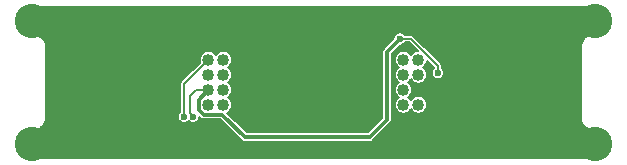
<source format=gbr>
G04 #@! TF.GenerationSoftware,KiCad,Pcbnew,(5.1.4)-1*
G04 #@! TF.CreationDate,2020-08-30T22:03:12-07:00*
G04 #@! TF.ProjectId,SkateLightBackLEDBoard,536b6174-654c-4696-9768-744261636b4c,rev?*
G04 #@! TF.SameCoordinates,Original*
G04 #@! TF.FileFunction,Copper,L2,Bot*
G04 #@! TF.FilePolarity,Positive*
%FSLAX46Y46*%
G04 Gerber Fmt 4.6, Leading zero omitted, Abs format (unit mm)*
G04 Created by KiCad (PCBNEW (5.1.4)-1) date 2020-08-30 22:03:12*
%MOMM*%
%LPD*%
G04 APERTURE LIST*
%ADD10C,1.016000*%
%ADD11C,2.921000*%
%ADD12C,0.100000*%
%ADD13C,8.636000*%
%ADD14C,0.600000*%
%ADD15C,0.200000*%
%ADD16C,0.350000*%
%ADD17C,0.152400*%
G04 APERTURE END LIST*
D10*
X7620000Y-1905000D03*
X8890000Y-1905000D03*
X7620000Y-635000D03*
X8890000Y-635000D03*
X7620000Y635000D03*
X8890000Y635000D03*
X7620000Y1905000D03*
X8890000Y1905000D03*
D11*
X8255000Y-4953000D03*
X-8255000Y4953000D03*
D10*
X-8890000Y-1905000D03*
X-7620000Y-1905000D03*
X-8890000Y-635000D03*
X-7620000Y-635000D03*
X-8890000Y635000D03*
X-7620000Y635000D03*
X-8890000Y1905000D03*
X-7620000Y1905000D03*
D11*
X23812500Y5207000D03*
X23812500Y-5207000D03*
X-23812500Y5207000D03*
X-23812500Y-5207000D03*
D12*
G36*
X-12589952Y4313842D02*
G01*
X-12506120Y4301406D01*
X-12423910Y4280814D01*
X-12344115Y4252262D01*
X-12267502Y4216027D01*
X-12194810Y4172457D01*
X-12126738Y4121972D01*
X-12063943Y4065057D01*
X-12007028Y4002262D01*
X-11956543Y3934190D01*
X-11912973Y3861498D01*
X-11876738Y3784885D01*
X-11848186Y3705090D01*
X-11827594Y3622880D01*
X-11815158Y3539048D01*
X-11811000Y3454400D01*
X-11811000Y-3454400D01*
X-11815158Y-3539048D01*
X-11827594Y-3622880D01*
X-11848186Y-3705090D01*
X-11876738Y-3784885D01*
X-11912973Y-3861498D01*
X-11956543Y-3934190D01*
X-12007028Y-4002262D01*
X-12063943Y-4065057D01*
X-12126738Y-4121972D01*
X-12194810Y-4172457D01*
X-12267502Y-4216027D01*
X-12344115Y-4252262D01*
X-12423910Y-4280814D01*
X-12506120Y-4301406D01*
X-12589952Y-4313842D01*
X-12674600Y-4318000D01*
X-20345400Y-4318000D01*
X-20430048Y-4313842D01*
X-20513880Y-4301406D01*
X-20596090Y-4280814D01*
X-20675885Y-4252262D01*
X-20752498Y-4216027D01*
X-20825190Y-4172457D01*
X-20893262Y-4121972D01*
X-20956057Y-4065057D01*
X-21012972Y-4002262D01*
X-21063457Y-3934190D01*
X-21107027Y-3861498D01*
X-21143262Y-3784885D01*
X-21171814Y-3705090D01*
X-21192406Y-3622880D01*
X-21204842Y-3539048D01*
X-21209000Y-3454400D01*
X-21209000Y3454400D01*
X-21204842Y3539048D01*
X-21192406Y3622880D01*
X-21171814Y3705090D01*
X-21143262Y3784885D01*
X-21107027Y3861498D01*
X-21063457Y3934190D01*
X-21012972Y4002262D01*
X-20956057Y4065057D01*
X-20893262Y4121972D01*
X-20825190Y4172457D01*
X-20752498Y4216027D01*
X-20675885Y4252262D01*
X-20596090Y4280814D01*
X-20513880Y4301406D01*
X-20430048Y4313842D01*
X-20345400Y4318000D01*
X-12674600Y4318000D01*
X-12589952Y4313842D01*
X-12589952Y4313842D01*
G37*
D13*
X-16510000Y0D03*
D12*
G36*
X3920048Y4313842D02*
G01*
X4003880Y4301406D01*
X4086090Y4280814D01*
X4165885Y4252262D01*
X4242498Y4216027D01*
X4315190Y4172457D01*
X4383262Y4121972D01*
X4446057Y4065057D01*
X4502972Y4002262D01*
X4553457Y3934190D01*
X4597027Y3861498D01*
X4633262Y3784885D01*
X4661814Y3705090D01*
X4682406Y3622880D01*
X4694842Y3539048D01*
X4699000Y3454400D01*
X4699000Y-3454400D01*
X4694842Y-3539048D01*
X4682406Y-3622880D01*
X4661814Y-3705090D01*
X4633262Y-3784885D01*
X4597027Y-3861498D01*
X4553457Y-3934190D01*
X4502972Y-4002262D01*
X4446057Y-4065057D01*
X4383262Y-4121972D01*
X4315190Y-4172457D01*
X4242498Y-4216027D01*
X4165885Y-4252262D01*
X4086090Y-4280814D01*
X4003880Y-4301406D01*
X3920048Y-4313842D01*
X3835400Y-4318000D01*
X-3835400Y-4318000D01*
X-3920048Y-4313842D01*
X-4003880Y-4301406D01*
X-4086090Y-4280814D01*
X-4165885Y-4252262D01*
X-4242498Y-4216027D01*
X-4315190Y-4172457D01*
X-4383262Y-4121972D01*
X-4446057Y-4065057D01*
X-4502972Y-4002262D01*
X-4553457Y-3934190D01*
X-4597027Y-3861498D01*
X-4633262Y-3784885D01*
X-4661814Y-3705090D01*
X-4682406Y-3622880D01*
X-4694842Y-3539048D01*
X-4699000Y-3454400D01*
X-4699000Y3454400D01*
X-4694842Y3539048D01*
X-4682406Y3622880D01*
X-4661814Y3705090D01*
X-4633262Y3784885D01*
X-4597027Y3861498D01*
X-4553457Y3934190D01*
X-4502972Y4002262D01*
X-4446057Y4065057D01*
X-4383262Y4121972D01*
X-4315190Y4172457D01*
X-4242498Y4216027D01*
X-4165885Y4252262D01*
X-4086090Y4280814D01*
X-4003880Y4301406D01*
X-3920048Y4313842D01*
X-3835400Y4318000D01*
X3835400Y4318000D01*
X3920048Y4313842D01*
X3920048Y4313842D01*
G37*
D13*
X0Y0D03*
D12*
G36*
X20430048Y4313842D02*
G01*
X20513880Y4301406D01*
X20596090Y4280814D01*
X20675885Y4252262D01*
X20752498Y4216027D01*
X20825190Y4172457D01*
X20893262Y4121972D01*
X20956057Y4065057D01*
X21012972Y4002262D01*
X21063457Y3934190D01*
X21107027Y3861498D01*
X21143262Y3784885D01*
X21171814Y3705090D01*
X21192406Y3622880D01*
X21204842Y3539048D01*
X21209000Y3454400D01*
X21209000Y-3454400D01*
X21204842Y-3539048D01*
X21192406Y-3622880D01*
X21171814Y-3705090D01*
X21143262Y-3784885D01*
X21107027Y-3861498D01*
X21063457Y-3934190D01*
X21012972Y-4002262D01*
X20956057Y-4065057D01*
X20893262Y-4121972D01*
X20825190Y-4172457D01*
X20752498Y-4216027D01*
X20675885Y-4252262D01*
X20596090Y-4280814D01*
X20513880Y-4301406D01*
X20430048Y-4313842D01*
X20345400Y-4318000D01*
X12674600Y-4318000D01*
X12589952Y-4313842D01*
X12506120Y-4301406D01*
X12423910Y-4280814D01*
X12344115Y-4252262D01*
X12267502Y-4216027D01*
X12194810Y-4172457D01*
X12126738Y-4121972D01*
X12063943Y-4065057D01*
X12007028Y-4002262D01*
X11956543Y-3934190D01*
X11912973Y-3861498D01*
X11876738Y-3784885D01*
X11848186Y-3705090D01*
X11827594Y-3622880D01*
X11815158Y-3539048D01*
X11811000Y-3454400D01*
X11811000Y3454400D01*
X11815158Y3539048D01*
X11827594Y3622880D01*
X11848186Y3705090D01*
X11876738Y3784885D01*
X11912973Y3861498D01*
X11956543Y3934190D01*
X12007028Y4002262D01*
X12063943Y4065057D01*
X12126738Y4121972D01*
X12194810Y4172457D01*
X12267502Y4216027D01*
X12344115Y4252262D01*
X12423910Y4280814D01*
X12506120Y4301406D01*
X12589952Y4313842D01*
X12674600Y4318000D01*
X20345400Y4318000D01*
X20430048Y4313842D01*
X20430048Y4313842D01*
G37*
D13*
X16510000Y0D03*
D14*
X-8255000Y-5715000D03*
X8255000Y5715000D03*
X-19050000Y5715000D03*
X-19050000Y-5715000D03*
X-13970000Y-5715000D03*
X-2540000Y-5715000D03*
X2540000Y-5715000D03*
X-2540000Y5715000D03*
X2540000Y5715000D03*
X13970000Y5715000D03*
X19050000Y5715000D03*
X19050000Y-5715000D03*
X13970000Y-5715000D03*
X-13970000Y5715000D03*
X-19050000Y0D03*
X-13970000Y0D03*
X13970000Y0D03*
X19050000Y0D03*
X22225000Y0D03*
X-22225000Y0D03*
X16510000Y5715000D03*
X11430000Y5715000D03*
X5080000Y5715000D03*
X0Y5715000D03*
X-5080000Y5715000D03*
X-11430000Y5715000D03*
X-16510000Y5715000D03*
X-21590000Y5715000D03*
X-21590000Y-5715000D03*
X-16510000Y-5715000D03*
X-11430000Y-5715000D03*
X0Y-5715000D03*
X5080000Y-5715000D03*
X11430000Y-5715000D03*
X16510000Y-5715000D03*
X21590000Y-5715000D03*
X21590000Y5715000D03*
X-13970000Y-3556000D03*
X-13970000Y-1524000D03*
X-19050000Y-3556000D03*
X-19050000Y-1524000D03*
X-19050000Y3556000D03*
X-19050000Y1524000D03*
X-13970000Y3556000D03*
X-13970000Y1524000D03*
X-16510000Y0D03*
X-22225000Y1905000D03*
X-22225000Y-1905000D03*
X-2540000Y3556000D03*
X-2540000Y1524000D03*
X-2540000Y-3556000D03*
X-2540000Y-1524000D03*
X2540000Y-3556000D03*
X2540000Y-1524000D03*
X2540000Y1524000D03*
X2540000Y3556000D03*
X5715000Y3175000D03*
X13970000Y3556000D03*
X13970000Y1524000D03*
X13970000Y-1524000D03*
X13970000Y-3556000D03*
X19050000Y-3556000D03*
X19050000Y-1524000D03*
X16510000Y0D03*
X19050000Y1524000D03*
X19050000Y3556000D03*
X22225000Y1905000D03*
X22225000Y-1905000D03*
X-4445000Y0D03*
X5334000Y-1651000D03*
X9781540Y-2372360D03*
X-9743440Y2352040D03*
X-19050000Y2540000D03*
X-13970000Y2540000D03*
X-19050000Y-2540000D03*
X-13970000Y-2540000D03*
X-2540000Y-2540000D03*
X2540000Y-2540000D03*
X-2540000Y2540000D03*
X2540000Y2540000D03*
X-5080000Y-5715000D03*
X13970000Y2540000D03*
X19050000Y2540000D03*
X13970000Y-2540000D03*
X19050000Y-2540000D03*
X-10970000Y-2900000D03*
X-10180000Y-2900000D03*
X10541000Y787500D03*
X7305000Y3699000D03*
D15*
X9781540Y-1526540D02*
X8890000Y-635000D01*
X9781540Y-2372360D02*
X9781540Y-1526540D01*
X-8255000Y3840480D02*
X-8255000Y4953000D01*
X-9743440Y2352040D02*
X-8255000Y3840480D01*
X-10970000Y-175000D02*
X-9397999Y1397001D01*
X-9397999Y1397001D02*
X-8890000Y1905000D01*
X-10970000Y-2900000D02*
X-10970000Y-175000D01*
X-9975000Y-635000D02*
X-8890000Y-635000D01*
X-10479999Y-2600001D02*
X-10479999Y-1139999D01*
X-10180000Y-2900000D02*
X-10479999Y-2600001D01*
X-10479999Y-1139999D02*
X-9975000Y-635000D01*
X10541000Y1379394D02*
X10541000Y787500D01*
X7305000Y3699000D02*
X8221394Y3699000D01*
X8221394Y3699000D02*
X10541000Y1379394D01*
D16*
X7305000Y3649000D02*
X7305000Y3699000D01*
X6223000Y2567000D02*
X7305000Y3649000D01*
X6223000Y-3175000D02*
X6223000Y2567000D01*
X4752590Y-4645410D02*
X6223000Y-3175000D01*
X-8890000Y-635000D02*
X-9725401Y-1470401D01*
X-9725401Y-1470401D02*
X-9725401Y-2305993D01*
X-7713153Y-2740401D02*
X-5808144Y-4645410D01*
X-9725401Y-2305993D02*
X-9290993Y-2740401D01*
X-9290993Y-2740401D02*
X-7713153Y-2740401D01*
X-5808144Y-4645410D02*
X4752590Y-4645410D01*
D17*
G36*
X24046977Y6389146D02*
G01*
X24272131Y6321087D01*
X24479769Y6210594D01*
X24661994Y6061874D01*
X24811861Y5880592D01*
X24923662Y5673655D01*
X24993142Y5448940D01*
X25017650Y5215015D01*
X24996254Y4980779D01*
X24929769Y4755161D01*
X24820727Y4546751D01*
X24673283Y4363494D01*
X24493052Y4212365D01*
X24286898Y4099120D01*
X24062680Y4028077D01*
X23822046Y4001168D01*
X23712678Y4004450D01*
X23712535Y4004440D01*
X23651689Y4006439D01*
X23635983Y4005418D01*
X23620244Y4005523D01*
X23616715Y4005176D01*
X23468818Y3989581D01*
X23446230Y3984936D01*
X23423658Y3980623D01*
X23420268Y3979598D01*
X23420262Y3979597D01*
X23420256Y3979595D01*
X23278212Y3935573D01*
X23256947Y3926626D01*
X23235651Y3918014D01*
X23232529Y3916352D01*
X23232519Y3916348D01*
X23232511Y3916343D01*
X23101726Y3845572D01*
X23082657Y3832700D01*
X23063383Y3820079D01*
X23060636Y3817837D01*
X22946080Y3723003D01*
X22929824Y3706622D01*
X22913422Y3690550D01*
X22911168Y3687823D01*
X22911161Y3687816D01*
X22911156Y3687808D01*
X22817208Y3572539D01*
X22804438Y3553306D01*
X22791474Y3534359D01*
X22789794Y3531250D01*
X22789788Y3531241D01*
X22789784Y3531232D01*
X22720014Y3399908D01*
X22711225Y3378563D01*
X22702187Y3357457D01*
X22701139Y3354069D01*
X22658203Y3211685D01*
X22653723Y3189024D01*
X22648961Y3166582D01*
X22648592Y3163064D01*
X22648590Y3163054D01*
X22648590Y3163045D01*
X22636607Y3040410D01*
X22636600Y3040388D01*
X22632924Y3003064D01*
X22632925Y12469D01*
X22632924Y-3003064D01*
X22633436Y-3008265D01*
X22635559Y-3061562D01*
X22637717Y-3077155D01*
X22638755Y-3092856D01*
X22639357Y-3096351D01*
X22665644Y-3242726D01*
X22671922Y-3264941D01*
X22677857Y-3287118D01*
X22679126Y-3290429D01*
X22733343Y-3428910D01*
X22743804Y-3449458D01*
X22753945Y-3470085D01*
X22755830Y-3473082D01*
X22755833Y-3473087D01*
X22755836Y-3473091D01*
X22835915Y-3598399D01*
X22850183Y-3616543D01*
X22864123Y-3634788D01*
X22866553Y-3637361D01*
X22866558Y-3637367D01*
X22866563Y-3637372D01*
X22969455Y-3744738D01*
X22986929Y-3759726D01*
X23004193Y-3774956D01*
X23007083Y-3777011D01*
X23128876Y-3862352D01*
X23148955Y-3873675D01*
X23168822Y-3885247D01*
X23172056Y-3886702D01*
X23308105Y-3946761D01*
X23330039Y-3953981D01*
X23351737Y-3961460D01*
X23355182Y-3962257D01*
X23355192Y-3962260D01*
X23355202Y-3962261D01*
X23500315Y-3994749D01*
X23523186Y-3997565D01*
X23545972Y-4000694D01*
X23549516Y-4000807D01*
X23549517Y-4000807D01*
X23698188Y-4004490D01*
X23698411Y-4004474D01*
X23698937Y-4004490D01*
X23958976Y-4010759D01*
X24188536Y-4061991D01*
X24403777Y-4156838D01*
X24596491Y-4291682D01*
X24759348Y-4461395D01*
X24886136Y-4659503D01*
X24972031Y-4878466D01*
X25013761Y-5109946D01*
X25009734Y-5345124D01*
X24960106Y-5575033D01*
X24866765Y-5790929D01*
X24733268Y-5984583D01*
X24564699Y-6148619D01*
X24367480Y-6276788D01*
X24149119Y-6364210D01*
X23911139Y-6408829D01*
X23804981Y-6413500D01*
X-23799449Y-6413500D01*
X-24046977Y-6389146D01*
X-24272129Y-6321087D01*
X-24479766Y-6210596D01*
X-24661992Y-6061876D01*
X-24811860Y-5880595D01*
X-24923662Y-5673655D01*
X-24993142Y-5448937D01*
X-25017650Y-5215014D01*
X-24996254Y-4980779D01*
X-24929769Y-4755161D01*
X-24820728Y-4546754D01*
X-24673284Y-4363496D01*
X-24493057Y-4212368D01*
X-24286899Y-4099121D01*
X-24062680Y-4028077D01*
X-23822052Y-4001167D01*
X-23712678Y-4004450D01*
X-23712535Y-4004440D01*
X-23651689Y-4006439D01*
X-23635983Y-4005418D01*
X-23620244Y-4005523D01*
X-23616714Y-4005176D01*
X-23468818Y-3989581D01*
X-23446193Y-3984929D01*
X-23423658Y-3980622D01*
X-23420265Y-3979598D01*
X-23420259Y-3979596D01*
X-23278212Y-3935573D01*
X-23256934Y-3926620D01*
X-23235652Y-3918014D01*
X-23232529Y-3916352D01*
X-23232519Y-3916348D01*
X-23232511Y-3916343D01*
X-23101727Y-3845572D01*
X-23082619Y-3832675D01*
X-23063384Y-3820079D01*
X-23060636Y-3817837D01*
X-22946081Y-3723003D01*
X-22929839Y-3706637D01*
X-22913423Y-3690550D01*
X-22911163Y-3687817D01*
X-22817208Y-3572540D01*
X-22804442Y-3553312D01*
X-22791474Y-3534359D01*
X-22789788Y-3531240D01*
X-22720014Y-3399908D01*
X-22711215Y-3378539D01*
X-22702187Y-3357457D01*
X-22701139Y-3354069D01*
X-22658203Y-3211685D01*
X-22653723Y-3189024D01*
X-22648961Y-3166582D01*
X-22648592Y-3163064D01*
X-22648590Y-3163054D01*
X-22648590Y-3163045D01*
X-22636607Y-3040411D01*
X-22636600Y-3040389D01*
X-22632924Y-3003065D01*
X-22632924Y-2847937D01*
X-11498600Y-2847937D01*
X-11498600Y-2952063D01*
X-11478287Y-3054187D01*
X-11438440Y-3150386D01*
X-11380591Y-3236963D01*
X-11306963Y-3310591D01*
X-11220386Y-3368440D01*
X-11124187Y-3408287D01*
X-11022063Y-3428600D01*
X-10917937Y-3428600D01*
X-10815813Y-3408287D01*
X-10719614Y-3368440D01*
X-10633037Y-3310591D01*
X-10575000Y-3252554D01*
X-10516963Y-3310591D01*
X-10430386Y-3368440D01*
X-10334187Y-3408287D01*
X-10232063Y-3428600D01*
X-10127937Y-3428600D01*
X-10025813Y-3408287D01*
X-9929614Y-3368440D01*
X-9843037Y-3310591D01*
X-9769409Y-3236963D01*
X-9711560Y-3150386D01*
X-9671713Y-3054187D01*
X-9651400Y-2952063D01*
X-9651400Y-2950770D01*
X-9590402Y-3011768D01*
X-9577762Y-3027170D01*
X-9516306Y-3077605D01*
X-9454453Y-3110666D01*
X-9446191Y-3115082D01*
X-9370112Y-3138160D01*
X-9290993Y-3145953D01*
X-9271175Y-3144001D01*
X-7880328Y-3144001D01*
X-6107548Y-4916783D01*
X-6094913Y-4932179D01*
X-6033457Y-4982614D01*
X-5969110Y-5017008D01*
X-5963342Y-5020091D01*
X-5887263Y-5043169D01*
X-5808144Y-5050962D01*
X-5788326Y-5049010D01*
X4732772Y-5049010D01*
X4752590Y-5050962D01*
X4772408Y-5049010D01*
X4831709Y-5043169D01*
X4907788Y-5020091D01*
X4977903Y-4982614D01*
X5039359Y-4932179D01*
X5052003Y-4916772D01*
X6494368Y-3474408D01*
X6509769Y-3461769D01*
X6560204Y-3400313D01*
X6597681Y-3330198D01*
X6620759Y-3254119D01*
X6626600Y-3194818D01*
X6626600Y-3194817D01*
X6628552Y-3175000D01*
X6626600Y-3155182D01*
X6626600Y2399825D01*
X7407136Y3180360D01*
X7459187Y3190713D01*
X7555386Y3230560D01*
X7641963Y3288409D01*
X7715591Y3362037D01*
X7721179Y3370400D01*
X8085284Y3370400D01*
X8814642Y2641041D01*
X8675142Y2613293D01*
X8541089Y2557766D01*
X8420445Y2477155D01*
X8317845Y2374555D01*
X8255000Y2280500D01*
X8192155Y2374555D01*
X8089555Y2477155D01*
X7968911Y2557766D01*
X7834858Y2613293D01*
X7692549Y2641600D01*
X7547451Y2641600D01*
X7405142Y2613293D01*
X7271089Y2557766D01*
X7150445Y2477155D01*
X7047845Y2374555D01*
X6967234Y2253911D01*
X6911707Y2119858D01*
X6883400Y1977549D01*
X6883400Y1832451D01*
X6911707Y1690142D01*
X6967234Y1556089D01*
X7047845Y1435445D01*
X7150445Y1332845D01*
X7244500Y1270000D01*
X7150445Y1207155D01*
X7047845Y1104555D01*
X6967234Y983911D01*
X6911707Y849858D01*
X6883400Y707549D01*
X6883400Y562451D01*
X6911707Y420142D01*
X6967234Y286089D01*
X7047845Y165445D01*
X7150445Y62845D01*
X7244500Y0D01*
X7150445Y-62845D01*
X7047845Y-165445D01*
X6967234Y-286089D01*
X6911707Y-420142D01*
X6883400Y-562451D01*
X6883400Y-707549D01*
X6911707Y-849858D01*
X6967234Y-983911D01*
X7047845Y-1104555D01*
X7150445Y-1207155D01*
X7244500Y-1270000D01*
X7150445Y-1332845D01*
X7047845Y-1435445D01*
X6967234Y-1556089D01*
X6911707Y-1690142D01*
X6883400Y-1832451D01*
X6883400Y-1977549D01*
X6911707Y-2119858D01*
X6967234Y-2253911D01*
X7047845Y-2374555D01*
X7150445Y-2477155D01*
X7271089Y-2557766D01*
X7405142Y-2613293D01*
X7547451Y-2641600D01*
X7692549Y-2641600D01*
X7834858Y-2613293D01*
X7968911Y-2557766D01*
X8089555Y-2477155D01*
X8192155Y-2374555D01*
X8255000Y-2280500D01*
X8317845Y-2374555D01*
X8420445Y-2477155D01*
X8541089Y-2557766D01*
X8675142Y-2613293D01*
X8817451Y-2641600D01*
X8962549Y-2641600D01*
X9104858Y-2613293D01*
X9238911Y-2557766D01*
X9359555Y-2477155D01*
X9462155Y-2374555D01*
X9542766Y-2253911D01*
X9598293Y-2119858D01*
X9626600Y-1977549D01*
X9626600Y-1832451D01*
X9598293Y-1690142D01*
X9542766Y-1556089D01*
X9462155Y-1435445D01*
X9359555Y-1332845D01*
X9238911Y-1252234D01*
X9104858Y-1196707D01*
X8962549Y-1168400D01*
X8817451Y-1168400D01*
X8675142Y-1196707D01*
X8541089Y-1252234D01*
X8420445Y-1332845D01*
X8317845Y-1435445D01*
X8255000Y-1529500D01*
X8192155Y-1435445D01*
X8089555Y-1332845D01*
X7995500Y-1270000D01*
X8089555Y-1207155D01*
X8192155Y-1104555D01*
X8272766Y-983911D01*
X8328293Y-849858D01*
X8356600Y-707549D01*
X8356600Y-562451D01*
X8328293Y-420142D01*
X8272766Y-286089D01*
X8192155Y-165445D01*
X8089555Y-62845D01*
X7995500Y0D01*
X8089555Y62845D01*
X8192155Y165445D01*
X8255000Y259500D01*
X8317845Y165445D01*
X8420445Y62845D01*
X8541089Y-17766D01*
X8675142Y-73293D01*
X8817451Y-101600D01*
X8962549Y-101600D01*
X9104858Y-73293D01*
X9238911Y-17766D01*
X9359555Y62845D01*
X9462155Y165445D01*
X9542766Y286089D01*
X9598293Y420142D01*
X9626600Y562451D01*
X9626600Y707549D01*
X9598293Y849858D01*
X9542766Y983911D01*
X9462155Y1104555D01*
X9359555Y1207155D01*
X9265500Y1270000D01*
X9359555Y1332845D01*
X9462155Y1435445D01*
X9542766Y1556089D01*
X9598293Y1690142D01*
X9626041Y1829642D01*
X10212400Y1243283D01*
X10212400Y1203679D01*
X10204037Y1198091D01*
X10130409Y1124463D01*
X10072560Y1037886D01*
X10032713Y941687D01*
X10012400Y839563D01*
X10012400Y735437D01*
X10032713Y633313D01*
X10072560Y537114D01*
X10130409Y450537D01*
X10204037Y376909D01*
X10290614Y319060D01*
X10386813Y279213D01*
X10488937Y258900D01*
X10593063Y258900D01*
X10695187Y279213D01*
X10791386Y319060D01*
X10877963Y376909D01*
X10951591Y450537D01*
X11009440Y537114D01*
X11049287Y633313D01*
X11069600Y735437D01*
X11069600Y839563D01*
X11049287Y941687D01*
X11009440Y1037886D01*
X10951591Y1124463D01*
X10877963Y1198091D01*
X10869600Y1203679D01*
X10869600Y1363270D01*
X10871188Y1379395D01*
X10869600Y1395519D01*
X10869600Y1395529D01*
X10864845Y1443811D01*
X10846055Y1505752D01*
X10815543Y1562836D01*
X10815542Y1562838D01*
X10784764Y1600341D01*
X10784762Y1600343D01*
X10774479Y1612873D01*
X10761950Y1623155D01*
X8465160Y3919944D01*
X8454873Y3932479D01*
X8404837Y3973542D01*
X8347752Y4004055D01*
X8285811Y4022845D01*
X8237529Y4027600D01*
X8237526Y4027600D01*
X8221394Y4029189D01*
X8205262Y4027600D01*
X7721179Y4027600D01*
X7715591Y4035963D01*
X7641963Y4109591D01*
X7555386Y4167440D01*
X7459187Y4207287D01*
X7357063Y4227600D01*
X7252937Y4227600D01*
X7150813Y4207287D01*
X7054614Y4167440D01*
X6968037Y4109591D01*
X6894409Y4035963D01*
X6836560Y3949386D01*
X6796713Y3853187D01*
X6776400Y3751063D01*
X6776400Y3691176D01*
X5951633Y2866409D01*
X5936232Y2853769D01*
X5885797Y2792313D01*
X5881091Y2783508D01*
X5848319Y2722197D01*
X5825241Y2646118D01*
X5817448Y2567000D01*
X5819401Y2547172D01*
X5819400Y-3007824D01*
X4585415Y-4241810D01*
X-5640967Y-4241810D01*
X-7309219Y-2573560D01*
X-7271089Y-2557766D01*
X-7150445Y-2477155D01*
X-7047845Y-2374555D01*
X-6967234Y-2253911D01*
X-6911707Y-2119858D01*
X-6883400Y-1977549D01*
X-6883400Y-1832451D01*
X-6911707Y-1690142D01*
X-6967234Y-1556089D01*
X-7047845Y-1435445D01*
X-7150445Y-1332845D01*
X-7244500Y-1270000D01*
X-7150445Y-1207155D01*
X-7047845Y-1104555D01*
X-6967234Y-983911D01*
X-6911707Y-849858D01*
X-6883400Y-707549D01*
X-6883400Y-562451D01*
X-6911707Y-420142D01*
X-6967234Y-286089D01*
X-7047845Y-165445D01*
X-7150445Y-62845D01*
X-7244500Y0D01*
X-7150445Y62845D01*
X-7047845Y165445D01*
X-6967234Y286089D01*
X-6911707Y420142D01*
X-6883400Y562451D01*
X-6883400Y707549D01*
X-6911707Y849858D01*
X-6967234Y983911D01*
X-7047845Y1104555D01*
X-7150445Y1207155D01*
X-7244500Y1270000D01*
X-7150445Y1332845D01*
X-7047845Y1435445D01*
X-6967234Y1556089D01*
X-6911707Y1690142D01*
X-6883400Y1832451D01*
X-6883400Y1977549D01*
X-6911707Y2119858D01*
X-6967234Y2253911D01*
X-7047845Y2374555D01*
X-7150445Y2477155D01*
X-7271089Y2557766D01*
X-7405142Y2613293D01*
X-7547451Y2641600D01*
X-7692549Y2641600D01*
X-7834858Y2613293D01*
X-7968911Y2557766D01*
X-8089555Y2477155D01*
X-8192155Y2374555D01*
X-8255000Y2280500D01*
X-8317845Y2374555D01*
X-8420445Y2477155D01*
X-8541089Y2557766D01*
X-8675142Y2613293D01*
X-8817451Y2641600D01*
X-8962549Y2641600D01*
X-9104858Y2613293D01*
X-9238911Y2557766D01*
X-9359555Y2477155D01*
X-9462155Y2374555D01*
X-9542766Y2253911D01*
X-9598293Y2119858D01*
X-9626600Y1977549D01*
X-9626600Y1832451D01*
X-9598293Y1690142D01*
X-9589880Y1669830D01*
X-9618941Y1640769D01*
X-9618946Y1640765D01*
X-11190948Y68762D01*
X-11203478Y58479D01*
X-11213761Y45949D01*
X-11213764Y45946D01*
X-11244542Y8443D01*
X-11275055Y-48643D01*
X-11293844Y-110584D01*
X-11300189Y-175000D01*
X-11298599Y-191142D01*
X-11298600Y-2483821D01*
X-11306963Y-2489409D01*
X-11380591Y-2563037D01*
X-11438440Y-2649614D01*
X-11478287Y-2745813D01*
X-11498600Y-2847937D01*
X-22632924Y-2847937D01*
X-22632924Y3003065D01*
X-22633436Y3008266D01*
X-22635559Y3061562D01*
X-22637717Y3077155D01*
X-22638755Y3092856D01*
X-22639357Y3096350D01*
X-22665644Y3242726D01*
X-22671922Y3264941D01*
X-22677857Y3287118D01*
X-22679126Y3290429D01*
X-22733343Y3428910D01*
X-22743804Y3449458D01*
X-22753945Y3470085D01*
X-22755830Y3473082D01*
X-22755833Y3473087D01*
X-22755836Y3473091D01*
X-22835915Y3598399D01*
X-22850210Y3616578D01*
X-22864123Y3634789D01*
X-22866553Y3637361D01*
X-22866558Y3637367D01*
X-22866563Y3637372D01*
X-22969455Y3744738D01*
X-22986951Y3759744D01*
X-23004193Y3774955D01*
X-23007083Y3777011D01*
X-23128876Y3862352D01*
X-23148955Y3873675D01*
X-23168822Y3885247D01*
X-23172047Y3886697D01*
X-23172056Y3886702D01*
X-23172065Y3886705D01*
X-23308105Y3946761D01*
X-23330049Y3953984D01*
X-23351737Y3961460D01*
X-23355182Y3962257D01*
X-23355192Y3962260D01*
X-23355202Y3962261D01*
X-23500316Y3994749D01*
X-23523210Y3997568D01*
X-23545972Y4000694D01*
X-23549506Y4000807D01*
X-23549517Y4000808D01*
X-23549527Y4000807D01*
X-23698188Y4004490D01*
X-23698411Y4004474D01*
X-23698936Y4004490D01*
X-23958976Y4010759D01*
X-24188535Y4061991D01*
X-24403777Y4156838D01*
X-24596491Y4291682D01*
X-24759348Y4461395D01*
X-24886136Y4659503D01*
X-24972031Y4878466D01*
X-25013761Y5109947D01*
X-25009734Y5345124D01*
X-24960106Y5575033D01*
X-24866764Y5790931D01*
X-24733264Y5984587D01*
X-24564697Y6148620D01*
X-24367478Y6276789D01*
X-24149119Y6364210D01*
X-23911139Y6408829D01*
X-23804982Y6413500D01*
X23799449Y6413500D01*
X24046977Y6389146D01*
X24046977Y6389146D01*
G37*
X24046977Y6389146D02*
X24272131Y6321087D01*
X24479769Y6210594D01*
X24661994Y6061874D01*
X24811861Y5880592D01*
X24923662Y5673655D01*
X24993142Y5448940D01*
X25017650Y5215015D01*
X24996254Y4980779D01*
X24929769Y4755161D01*
X24820727Y4546751D01*
X24673283Y4363494D01*
X24493052Y4212365D01*
X24286898Y4099120D01*
X24062680Y4028077D01*
X23822046Y4001168D01*
X23712678Y4004450D01*
X23712535Y4004440D01*
X23651689Y4006439D01*
X23635983Y4005418D01*
X23620244Y4005523D01*
X23616715Y4005176D01*
X23468818Y3989581D01*
X23446230Y3984936D01*
X23423658Y3980623D01*
X23420268Y3979598D01*
X23420262Y3979597D01*
X23420256Y3979595D01*
X23278212Y3935573D01*
X23256947Y3926626D01*
X23235651Y3918014D01*
X23232529Y3916352D01*
X23232519Y3916348D01*
X23232511Y3916343D01*
X23101726Y3845572D01*
X23082657Y3832700D01*
X23063383Y3820079D01*
X23060636Y3817837D01*
X22946080Y3723003D01*
X22929824Y3706622D01*
X22913422Y3690550D01*
X22911168Y3687823D01*
X22911161Y3687816D01*
X22911156Y3687808D01*
X22817208Y3572539D01*
X22804438Y3553306D01*
X22791474Y3534359D01*
X22789794Y3531250D01*
X22789788Y3531241D01*
X22789784Y3531232D01*
X22720014Y3399908D01*
X22711225Y3378563D01*
X22702187Y3357457D01*
X22701139Y3354069D01*
X22658203Y3211685D01*
X22653723Y3189024D01*
X22648961Y3166582D01*
X22648592Y3163064D01*
X22648590Y3163054D01*
X22648590Y3163045D01*
X22636607Y3040410D01*
X22636600Y3040388D01*
X22632924Y3003064D01*
X22632925Y12469D01*
X22632924Y-3003064D01*
X22633436Y-3008265D01*
X22635559Y-3061562D01*
X22637717Y-3077155D01*
X22638755Y-3092856D01*
X22639357Y-3096351D01*
X22665644Y-3242726D01*
X22671922Y-3264941D01*
X22677857Y-3287118D01*
X22679126Y-3290429D01*
X22733343Y-3428910D01*
X22743804Y-3449458D01*
X22753945Y-3470085D01*
X22755830Y-3473082D01*
X22755833Y-3473087D01*
X22755836Y-3473091D01*
X22835915Y-3598399D01*
X22850183Y-3616543D01*
X22864123Y-3634788D01*
X22866553Y-3637361D01*
X22866558Y-3637367D01*
X22866563Y-3637372D01*
X22969455Y-3744738D01*
X22986929Y-3759726D01*
X23004193Y-3774956D01*
X23007083Y-3777011D01*
X23128876Y-3862352D01*
X23148955Y-3873675D01*
X23168822Y-3885247D01*
X23172056Y-3886702D01*
X23308105Y-3946761D01*
X23330039Y-3953981D01*
X23351737Y-3961460D01*
X23355182Y-3962257D01*
X23355192Y-3962260D01*
X23355202Y-3962261D01*
X23500315Y-3994749D01*
X23523186Y-3997565D01*
X23545972Y-4000694D01*
X23549516Y-4000807D01*
X23549517Y-4000807D01*
X23698188Y-4004490D01*
X23698411Y-4004474D01*
X23698937Y-4004490D01*
X23958976Y-4010759D01*
X24188536Y-4061991D01*
X24403777Y-4156838D01*
X24596491Y-4291682D01*
X24759348Y-4461395D01*
X24886136Y-4659503D01*
X24972031Y-4878466D01*
X25013761Y-5109946D01*
X25009734Y-5345124D01*
X24960106Y-5575033D01*
X24866765Y-5790929D01*
X24733268Y-5984583D01*
X24564699Y-6148619D01*
X24367480Y-6276788D01*
X24149119Y-6364210D01*
X23911139Y-6408829D01*
X23804981Y-6413500D01*
X-23799449Y-6413500D01*
X-24046977Y-6389146D01*
X-24272129Y-6321087D01*
X-24479766Y-6210596D01*
X-24661992Y-6061876D01*
X-24811860Y-5880595D01*
X-24923662Y-5673655D01*
X-24993142Y-5448937D01*
X-25017650Y-5215014D01*
X-24996254Y-4980779D01*
X-24929769Y-4755161D01*
X-24820728Y-4546754D01*
X-24673284Y-4363496D01*
X-24493057Y-4212368D01*
X-24286899Y-4099121D01*
X-24062680Y-4028077D01*
X-23822052Y-4001167D01*
X-23712678Y-4004450D01*
X-23712535Y-4004440D01*
X-23651689Y-4006439D01*
X-23635983Y-4005418D01*
X-23620244Y-4005523D01*
X-23616714Y-4005176D01*
X-23468818Y-3989581D01*
X-23446193Y-3984929D01*
X-23423658Y-3980622D01*
X-23420265Y-3979598D01*
X-23420259Y-3979596D01*
X-23278212Y-3935573D01*
X-23256934Y-3926620D01*
X-23235652Y-3918014D01*
X-23232529Y-3916352D01*
X-23232519Y-3916348D01*
X-23232511Y-3916343D01*
X-23101727Y-3845572D01*
X-23082619Y-3832675D01*
X-23063384Y-3820079D01*
X-23060636Y-3817837D01*
X-22946081Y-3723003D01*
X-22929839Y-3706637D01*
X-22913423Y-3690550D01*
X-22911163Y-3687817D01*
X-22817208Y-3572540D01*
X-22804442Y-3553312D01*
X-22791474Y-3534359D01*
X-22789788Y-3531240D01*
X-22720014Y-3399908D01*
X-22711215Y-3378539D01*
X-22702187Y-3357457D01*
X-22701139Y-3354069D01*
X-22658203Y-3211685D01*
X-22653723Y-3189024D01*
X-22648961Y-3166582D01*
X-22648592Y-3163064D01*
X-22648590Y-3163054D01*
X-22648590Y-3163045D01*
X-22636607Y-3040411D01*
X-22636600Y-3040389D01*
X-22632924Y-3003065D01*
X-22632924Y-2847937D01*
X-11498600Y-2847937D01*
X-11498600Y-2952063D01*
X-11478287Y-3054187D01*
X-11438440Y-3150386D01*
X-11380591Y-3236963D01*
X-11306963Y-3310591D01*
X-11220386Y-3368440D01*
X-11124187Y-3408287D01*
X-11022063Y-3428600D01*
X-10917937Y-3428600D01*
X-10815813Y-3408287D01*
X-10719614Y-3368440D01*
X-10633037Y-3310591D01*
X-10575000Y-3252554D01*
X-10516963Y-3310591D01*
X-10430386Y-3368440D01*
X-10334187Y-3408287D01*
X-10232063Y-3428600D01*
X-10127937Y-3428600D01*
X-10025813Y-3408287D01*
X-9929614Y-3368440D01*
X-9843037Y-3310591D01*
X-9769409Y-3236963D01*
X-9711560Y-3150386D01*
X-9671713Y-3054187D01*
X-9651400Y-2952063D01*
X-9651400Y-2950770D01*
X-9590402Y-3011768D01*
X-9577762Y-3027170D01*
X-9516306Y-3077605D01*
X-9454453Y-3110666D01*
X-9446191Y-3115082D01*
X-9370112Y-3138160D01*
X-9290993Y-3145953D01*
X-9271175Y-3144001D01*
X-7880328Y-3144001D01*
X-6107548Y-4916783D01*
X-6094913Y-4932179D01*
X-6033457Y-4982614D01*
X-5969110Y-5017008D01*
X-5963342Y-5020091D01*
X-5887263Y-5043169D01*
X-5808144Y-5050962D01*
X-5788326Y-5049010D01*
X4732772Y-5049010D01*
X4752590Y-5050962D01*
X4772408Y-5049010D01*
X4831709Y-5043169D01*
X4907788Y-5020091D01*
X4977903Y-4982614D01*
X5039359Y-4932179D01*
X5052003Y-4916772D01*
X6494368Y-3474408D01*
X6509769Y-3461769D01*
X6560204Y-3400313D01*
X6597681Y-3330198D01*
X6620759Y-3254119D01*
X6626600Y-3194818D01*
X6626600Y-3194817D01*
X6628552Y-3175000D01*
X6626600Y-3155182D01*
X6626600Y2399825D01*
X7407136Y3180360D01*
X7459187Y3190713D01*
X7555386Y3230560D01*
X7641963Y3288409D01*
X7715591Y3362037D01*
X7721179Y3370400D01*
X8085284Y3370400D01*
X8814642Y2641041D01*
X8675142Y2613293D01*
X8541089Y2557766D01*
X8420445Y2477155D01*
X8317845Y2374555D01*
X8255000Y2280500D01*
X8192155Y2374555D01*
X8089555Y2477155D01*
X7968911Y2557766D01*
X7834858Y2613293D01*
X7692549Y2641600D01*
X7547451Y2641600D01*
X7405142Y2613293D01*
X7271089Y2557766D01*
X7150445Y2477155D01*
X7047845Y2374555D01*
X6967234Y2253911D01*
X6911707Y2119858D01*
X6883400Y1977549D01*
X6883400Y1832451D01*
X6911707Y1690142D01*
X6967234Y1556089D01*
X7047845Y1435445D01*
X7150445Y1332845D01*
X7244500Y1270000D01*
X7150445Y1207155D01*
X7047845Y1104555D01*
X6967234Y983911D01*
X6911707Y849858D01*
X6883400Y707549D01*
X6883400Y562451D01*
X6911707Y420142D01*
X6967234Y286089D01*
X7047845Y165445D01*
X7150445Y62845D01*
X7244500Y0D01*
X7150445Y-62845D01*
X7047845Y-165445D01*
X6967234Y-286089D01*
X6911707Y-420142D01*
X6883400Y-562451D01*
X6883400Y-707549D01*
X6911707Y-849858D01*
X6967234Y-983911D01*
X7047845Y-1104555D01*
X7150445Y-1207155D01*
X7244500Y-1270000D01*
X7150445Y-1332845D01*
X7047845Y-1435445D01*
X6967234Y-1556089D01*
X6911707Y-1690142D01*
X6883400Y-1832451D01*
X6883400Y-1977549D01*
X6911707Y-2119858D01*
X6967234Y-2253911D01*
X7047845Y-2374555D01*
X7150445Y-2477155D01*
X7271089Y-2557766D01*
X7405142Y-2613293D01*
X7547451Y-2641600D01*
X7692549Y-2641600D01*
X7834858Y-2613293D01*
X7968911Y-2557766D01*
X8089555Y-2477155D01*
X8192155Y-2374555D01*
X8255000Y-2280500D01*
X8317845Y-2374555D01*
X8420445Y-2477155D01*
X8541089Y-2557766D01*
X8675142Y-2613293D01*
X8817451Y-2641600D01*
X8962549Y-2641600D01*
X9104858Y-2613293D01*
X9238911Y-2557766D01*
X9359555Y-2477155D01*
X9462155Y-2374555D01*
X9542766Y-2253911D01*
X9598293Y-2119858D01*
X9626600Y-1977549D01*
X9626600Y-1832451D01*
X9598293Y-1690142D01*
X9542766Y-1556089D01*
X9462155Y-1435445D01*
X9359555Y-1332845D01*
X9238911Y-1252234D01*
X9104858Y-1196707D01*
X8962549Y-1168400D01*
X8817451Y-1168400D01*
X8675142Y-1196707D01*
X8541089Y-1252234D01*
X8420445Y-1332845D01*
X8317845Y-1435445D01*
X8255000Y-1529500D01*
X8192155Y-1435445D01*
X8089555Y-1332845D01*
X7995500Y-1270000D01*
X8089555Y-1207155D01*
X8192155Y-1104555D01*
X8272766Y-983911D01*
X8328293Y-849858D01*
X8356600Y-707549D01*
X8356600Y-562451D01*
X8328293Y-420142D01*
X8272766Y-286089D01*
X8192155Y-165445D01*
X8089555Y-62845D01*
X7995500Y0D01*
X8089555Y62845D01*
X8192155Y165445D01*
X8255000Y259500D01*
X8317845Y165445D01*
X8420445Y62845D01*
X8541089Y-17766D01*
X8675142Y-73293D01*
X8817451Y-101600D01*
X8962549Y-101600D01*
X9104858Y-73293D01*
X9238911Y-17766D01*
X9359555Y62845D01*
X9462155Y165445D01*
X9542766Y286089D01*
X9598293Y420142D01*
X9626600Y562451D01*
X9626600Y707549D01*
X9598293Y849858D01*
X9542766Y983911D01*
X9462155Y1104555D01*
X9359555Y1207155D01*
X9265500Y1270000D01*
X9359555Y1332845D01*
X9462155Y1435445D01*
X9542766Y1556089D01*
X9598293Y1690142D01*
X9626041Y1829642D01*
X10212400Y1243283D01*
X10212400Y1203679D01*
X10204037Y1198091D01*
X10130409Y1124463D01*
X10072560Y1037886D01*
X10032713Y941687D01*
X10012400Y839563D01*
X10012400Y735437D01*
X10032713Y633313D01*
X10072560Y537114D01*
X10130409Y450537D01*
X10204037Y376909D01*
X10290614Y319060D01*
X10386813Y279213D01*
X10488937Y258900D01*
X10593063Y258900D01*
X10695187Y279213D01*
X10791386Y319060D01*
X10877963Y376909D01*
X10951591Y450537D01*
X11009440Y537114D01*
X11049287Y633313D01*
X11069600Y735437D01*
X11069600Y839563D01*
X11049287Y941687D01*
X11009440Y1037886D01*
X10951591Y1124463D01*
X10877963Y1198091D01*
X10869600Y1203679D01*
X10869600Y1363270D01*
X10871188Y1379395D01*
X10869600Y1395519D01*
X10869600Y1395529D01*
X10864845Y1443811D01*
X10846055Y1505752D01*
X10815543Y1562836D01*
X10815542Y1562838D01*
X10784764Y1600341D01*
X10784762Y1600343D01*
X10774479Y1612873D01*
X10761950Y1623155D01*
X8465160Y3919944D01*
X8454873Y3932479D01*
X8404837Y3973542D01*
X8347752Y4004055D01*
X8285811Y4022845D01*
X8237529Y4027600D01*
X8237526Y4027600D01*
X8221394Y4029189D01*
X8205262Y4027600D01*
X7721179Y4027600D01*
X7715591Y4035963D01*
X7641963Y4109591D01*
X7555386Y4167440D01*
X7459187Y4207287D01*
X7357063Y4227600D01*
X7252937Y4227600D01*
X7150813Y4207287D01*
X7054614Y4167440D01*
X6968037Y4109591D01*
X6894409Y4035963D01*
X6836560Y3949386D01*
X6796713Y3853187D01*
X6776400Y3751063D01*
X6776400Y3691176D01*
X5951633Y2866409D01*
X5936232Y2853769D01*
X5885797Y2792313D01*
X5881091Y2783508D01*
X5848319Y2722197D01*
X5825241Y2646118D01*
X5817448Y2567000D01*
X5819401Y2547172D01*
X5819400Y-3007824D01*
X4585415Y-4241810D01*
X-5640967Y-4241810D01*
X-7309219Y-2573560D01*
X-7271089Y-2557766D01*
X-7150445Y-2477155D01*
X-7047845Y-2374555D01*
X-6967234Y-2253911D01*
X-6911707Y-2119858D01*
X-6883400Y-1977549D01*
X-6883400Y-1832451D01*
X-6911707Y-1690142D01*
X-6967234Y-1556089D01*
X-7047845Y-1435445D01*
X-7150445Y-1332845D01*
X-7244500Y-1270000D01*
X-7150445Y-1207155D01*
X-7047845Y-1104555D01*
X-6967234Y-983911D01*
X-6911707Y-849858D01*
X-6883400Y-707549D01*
X-6883400Y-562451D01*
X-6911707Y-420142D01*
X-6967234Y-286089D01*
X-7047845Y-165445D01*
X-7150445Y-62845D01*
X-7244500Y0D01*
X-7150445Y62845D01*
X-7047845Y165445D01*
X-6967234Y286089D01*
X-6911707Y420142D01*
X-6883400Y562451D01*
X-6883400Y707549D01*
X-6911707Y849858D01*
X-6967234Y983911D01*
X-7047845Y1104555D01*
X-7150445Y1207155D01*
X-7244500Y1270000D01*
X-7150445Y1332845D01*
X-7047845Y1435445D01*
X-6967234Y1556089D01*
X-6911707Y1690142D01*
X-6883400Y1832451D01*
X-6883400Y1977549D01*
X-6911707Y2119858D01*
X-6967234Y2253911D01*
X-7047845Y2374555D01*
X-7150445Y2477155D01*
X-7271089Y2557766D01*
X-7405142Y2613293D01*
X-7547451Y2641600D01*
X-7692549Y2641600D01*
X-7834858Y2613293D01*
X-7968911Y2557766D01*
X-8089555Y2477155D01*
X-8192155Y2374555D01*
X-8255000Y2280500D01*
X-8317845Y2374555D01*
X-8420445Y2477155D01*
X-8541089Y2557766D01*
X-8675142Y2613293D01*
X-8817451Y2641600D01*
X-8962549Y2641600D01*
X-9104858Y2613293D01*
X-9238911Y2557766D01*
X-9359555Y2477155D01*
X-9462155Y2374555D01*
X-9542766Y2253911D01*
X-9598293Y2119858D01*
X-9626600Y1977549D01*
X-9626600Y1832451D01*
X-9598293Y1690142D01*
X-9589880Y1669830D01*
X-9618941Y1640769D01*
X-9618946Y1640765D01*
X-11190948Y68762D01*
X-11203478Y58479D01*
X-11213761Y45949D01*
X-11213764Y45946D01*
X-11244542Y8443D01*
X-11275055Y-48643D01*
X-11293844Y-110584D01*
X-11300189Y-175000D01*
X-11298599Y-191142D01*
X-11298600Y-2483821D01*
X-11306963Y-2489409D01*
X-11380591Y-2563037D01*
X-11438440Y-2649614D01*
X-11478287Y-2745813D01*
X-11498600Y-2847937D01*
X-22632924Y-2847937D01*
X-22632924Y3003065D01*
X-22633436Y3008266D01*
X-22635559Y3061562D01*
X-22637717Y3077155D01*
X-22638755Y3092856D01*
X-22639357Y3096350D01*
X-22665644Y3242726D01*
X-22671922Y3264941D01*
X-22677857Y3287118D01*
X-22679126Y3290429D01*
X-22733343Y3428910D01*
X-22743804Y3449458D01*
X-22753945Y3470085D01*
X-22755830Y3473082D01*
X-22755833Y3473087D01*
X-22755836Y3473091D01*
X-22835915Y3598399D01*
X-22850210Y3616578D01*
X-22864123Y3634789D01*
X-22866553Y3637361D01*
X-22866558Y3637367D01*
X-22866563Y3637372D01*
X-22969455Y3744738D01*
X-22986951Y3759744D01*
X-23004193Y3774955D01*
X-23007083Y3777011D01*
X-23128876Y3862352D01*
X-23148955Y3873675D01*
X-23168822Y3885247D01*
X-23172047Y3886697D01*
X-23172056Y3886702D01*
X-23172065Y3886705D01*
X-23308105Y3946761D01*
X-23330049Y3953984D01*
X-23351737Y3961460D01*
X-23355182Y3962257D01*
X-23355192Y3962260D01*
X-23355202Y3962261D01*
X-23500316Y3994749D01*
X-23523210Y3997568D01*
X-23545972Y4000694D01*
X-23549506Y4000807D01*
X-23549517Y4000808D01*
X-23549527Y4000807D01*
X-23698188Y4004490D01*
X-23698411Y4004474D01*
X-23698936Y4004490D01*
X-23958976Y4010759D01*
X-24188535Y4061991D01*
X-24403777Y4156838D01*
X-24596491Y4291682D01*
X-24759348Y4461395D01*
X-24886136Y4659503D01*
X-24972031Y4878466D01*
X-25013761Y5109947D01*
X-25009734Y5345124D01*
X-24960106Y5575033D01*
X-24866764Y5790931D01*
X-24733264Y5984587D01*
X-24564697Y6148620D01*
X-24367478Y6276789D01*
X-24149119Y6364210D01*
X-23911139Y6408829D01*
X-23804982Y6413500D01*
X23799449Y6413500D01*
X24046977Y6389146D01*
M02*

</source>
